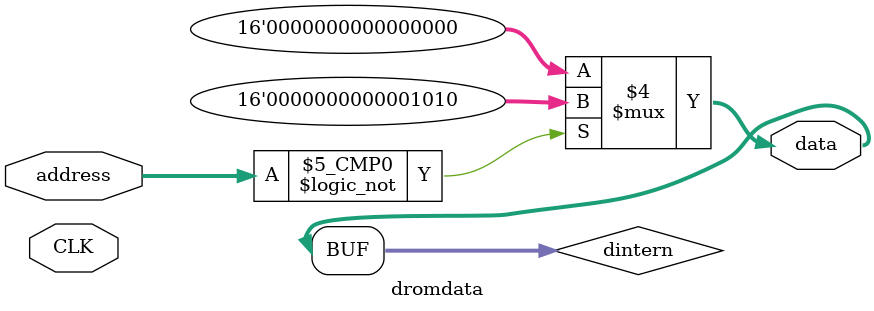
<source format=v>
module dromdata(
    input wire CLK,
    input wire [15:0] address,
    output wire [15:0] data
    );

    (* rom_style = "block" *) reg [15:0] dintern = 16'b0;

    always @( * ) begin
        case (address)
      16'h0000: dintern = 16'h0000000A;
        default: dintern = 16'h0;
    endcase
  end

  assign data = dintern;

endmodule

</source>
